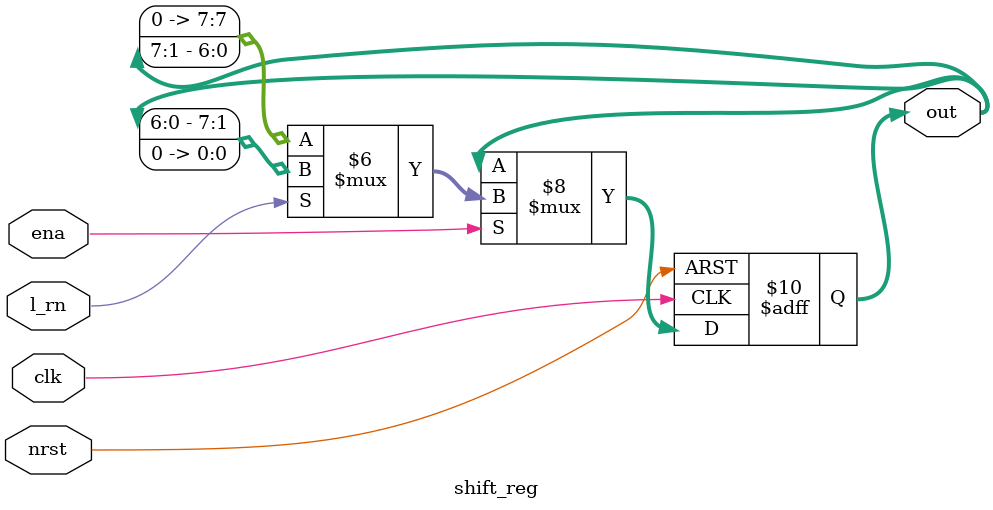
<source format=v>


`timescale 1ns / 1ps  // Define time scale in the Verilog file


module shift_reg #(parameter N=8) (out,clk,nrst,ena,l_rn);
	input clk;
	input nrst;
	input ena;
	input l_rn;
	output [N-1:0] out;
	reg [N-1:0] out;
	

	always @(posedge clk or negedge nrst) begin
		if (!nrst)
			out <= #1 1;
		else if(ena) begin
		
			if(l_rn)
				out <= out << 1;
			else
				out <= out >> 1;
		end
		
	end
	
endmodule
	


</source>
